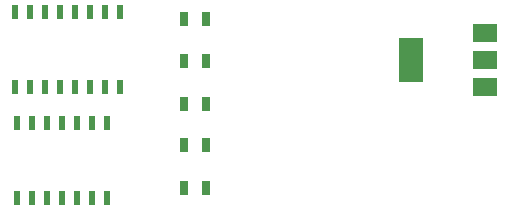
<source format=gtp>
G04 #@! TF.FileFunction,Paste,Top*
%FSLAX46Y46*%
G04 Gerber Fmt 4.6, Leading zero omitted, Abs format (unit mm)*
G04 Created by KiCad (PCBNEW 4.0.6) date Thu Jun 20 17:07:18 2019*
%MOMM*%
%LPD*%
G01*
G04 APERTURE LIST*
%ADD10C,0.100000*%
%ADD11R,0.700000X1.300000*%
%ADD12R,2.000000X3.800000*%
%ADD13R,2.000000X1.500000*%
%ADD14R,0.508000X1.143000*%
G04 APERTURE END LIST*
D10*
D11*
X122550000Y-66200000D03*
X120650000Y-66200000D03*
X122550000Y-69800000D03*
X120650000Y-69800000D03*
X122550000Y-73400000D03*
X120650000Y-73400000D03*
X122550000Y-76900000D03*
X120650000Y-76900000D03*
X122550000Y-80500000D03*
X120650000Y-80500000D03*
D12*
X139850000Y-69700000D03*
D13*
X146150000Y-69700000D03*
X146150000Y-67400000D03*
X146150000Y-72000000D03*
D14*
X106490000Y-81402000D03*
X107760000Y-81402000D03*
X109030000Y-81402000D03*
X110300000Y-81402000D03*
X111570000Y-81402000D03*
X112840000Y-81402000D03*
X114110000Y-81402000D03*
X114110000Y-75052000D03*
X112840000Y-75052000D03*
X110300000Y-75052000D03*
X109030000Y-75052000D03*
X107760000Y-75052000D03*
X106490000Y-75052000D03*
X111570000Y-75052000D03*
X106355000Y-65625000D03*
X108895000Y-65625000D03*
X110165000Y-65625000D03*
X111435000Y-65625000D03*
X112705000Y-65625000D03*
X113975000Y-65625000D03*
X115245000Y-65625000D03*
X115245000Y-71975000D03*
X113975000Y-71975000D03*
X112705000Y-71975000D03*
X111435000Y-71975000D03*
X110165000Y-71975000D03*
X108895000Y-71975000D03*
X107625000Y-71975000D03*
X106355000Y-71975000D03*
X107625000Y-65625000D03*
M02*

</source>
